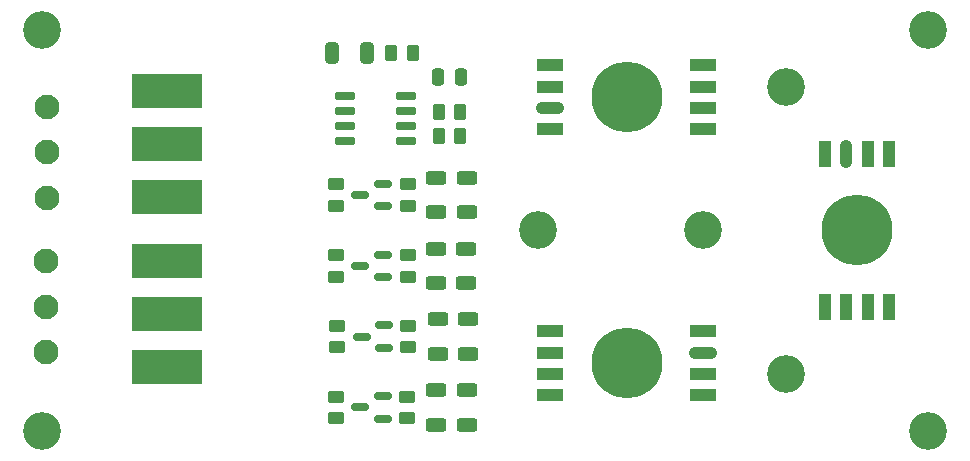
<source format=gbr>
%TF.GenerationSoftware,KiCad,Pcbnew,8.0.3*%
%TF.CreationDate,2024-08-07T13:34:54+02:00*%
%TF.ProjectId,NP_RGBW_HP,4e505f52-4742-4575-9f48-502e6b696361,rev?*%
%TF.SameCoordinates,Original*%
%TF.FileFunction,Soldermask,Top*%
%TF.FilePolarity,Negative*%
%FSLAX46Y46*%
G04 Gerber Fmt 4.6, Leading zero omitted, Abs format (unit mm)*
G04 Created by KiCad (PCBNEW 8.0.3) date 2024-08-07 13:34:54*
%MOMM*%
%LPD*%
G01*
G04 APERTURE LIST*
G04 Aperture macros list*
%AMRoundRect*
0 Rectangle with rounded corners*
0 $1 Rounding radius*
0 $2 $3 $4 $5 $6 $7 $8 $9 X,Y pos of 4 corners*
0 Add a 4 corners polygon primitive as box body*
4,1,4,$2,$3,$4,$5,$6,$7,$8,$9,$2,$3,0*
0 Add four circle primitives for the rounded corners*
1,1,$1+$1,$2,$3*
1,1,$1+$1,$4,$5*
1,1,$1+$1,$6,$7*
1,1,$1+$1,$8,$9*
0 Add four rect primitives between the rounded corners*
20,1,$1+$1,$2,$3,$4,$5,0*
20,1,$1+$1,$4,$5,$6,$7,0*
20,1,$1+$1,$6,$7,$8,$9,0*
20,1,$1+$1,$8,$9,$2,$3,0*%
G04 Aperture macros list end*
%ADD10RoundRect,0.250000X-0.450000X0.262500X-0.450000X-0.262500X0.450000X-0.262500X0.450000X0.262500X0*%
%ADD11RoundRect,0.150000X0.587500X0.150000X-0.587500X0.150000X-0.587500X-0.150000X0.587500X-0.150000X0*%
%ADD12R,2.200000X1.100000*%
%ADD13RoundRect,0.550000X0.650000X0.000010X-0.650000X0.000010X-0.650000X-0.000010X0.650000X-0.000010X0*%
%ADD14C,6.000000*%
%ADD15RoundRect,0.250000X0.450000X-0.262500X0.450000X0.262500X-0.450000X0.262500X-0.450000X-0.262500X0*%
%ADD16C,3.200000*%
%ADD17RoundRect,0.250000X0.625000X-0.312500X0.625000X0.312500X-0.625000X0.312500X-0.625000X-0.312500X0*%
%ADD18C,2.100000*%
%ADD19RoundRect,0.250000X0.325000X0.650000X-0.325000X0.650000X-0.325000X-0.650000X0.325000X-0.650000X0*%
%ADD20RoundRect,0.250000X-0.250000X-0.475000X0.250000X-0.475000X0.250000X0.475000X-0.250000X0.475000X0*%
%ADD21RoundRect,0.250000X0.262500X0.450000X-0.262500X0.450000X-0.262500X-0.450000X0.262500X-0.450000X0*%
%ADD22RoundRect,0.150000X-0.725000X-0.150000X0.725000X-0.150000X0.725000X0.150000X-0.725000X0.150000X0*%
%ADD23R,1.100000X2.200000*%
%ADD24RoundRect,0.550000X-0.000010X0.650000X-0.000010X-0.650000X0.000010X-0.650000X0.000010X0.650000X0*%
%ADD25R,6.000000X3.000000*%
%ADD26RoundRect,0.550000X-0.650000X-0.000010X0.650000X-0.000010X0.650000X0.000010X-0.650000X0.000010X0*%
%ADD27RoundRect,0.250000X-0.262500X-0.450000X0.262500X-0.450000X0.262500X0.450000X-0.262500X0.450000X0*%
G04 APERTURE END LIST*
D10*
%TO.C,R1*%
X99000000Y-64087500D03*
X99000000Y-65912500D03*
%TD*%
D11*
%TO.C,Q2*%
X96837500Y-71950000D03*
X96837500Y-70050000D03*
X94962500Y-71000000D03*
%TD*%
D12*
%TO.C,L3*%
X124000000Y-81958330D03*
X124000000Y-80158330D03*
D13*
X124000000Y-78358330D03*
D12*
X124000000Y-76558330D03*
X111000000Y-76558330D03*
X111000000Y-78358330D03*
X111000000Y-80158330D03*
X111000000Y-81958330D03*
D14*
X117500000Y-79258330D03*
%TD*%
D15*
%TO.C,R12*%
X92900000Y-65912500D03*
X92900000Y-64087500D03*
%TD*%
D10*
%TO.C,R9*%
X98900000Y-82087500D03*
X98900000Y-83912500D03*
%TD*%
D11*
%TO.C,Q1*%
X96837500Y-65950000D03*
X96837500Y-64050000D03*
X94962500Y-65000000D03*
%TD*%
D16*
%TO.C,REF\u002A\u002A1*%
X124000000Y-68000000D03*
%TD*%
D17*
%TO.C,R8*%
X104100000Y-78462500D03*
X104100000Y-75537500D03*
%TD*%
%TO.C,R7*%
X101500000Y-78462500D03*
X101500000Y-75537500D03*
%TD*%
%TO.C,R11*%
X104000000Y-84462500D03*
X104000000Y-81537500D03*
%TD*%
D11*
%TO.C,Q4*%
X96837500Y-83950000D03*
X96837500Y-82050000D03*
X94962500Y-83000000D03*
%TD*%
D17*
%TO.C,R5*%
X101370000Y-72485000D03*
X101370000Y-69560000D03*
%TD*%
D15*
%TO.C,R15*%
X92900000Y-83912500D03*
X92900000Y-82087500D03*
%TD*%
D16*
%TO.C,REF\u002A\u002A*%
X143000000Y-85000000D03*
%TD*%
D18*
%TO.C,REF\u002A\u002A*%
X68430000Y-65232000D03*
%TD*%
D19*
%TO.C,C1*%
X95475000Y-53000000D03*
X92525000Y-53000000D03*
%TD*%
D16*
%TO.C,REF\u002A\u002A*%
X143000000Y-51000000D03*
%TD*%
D15*
%TO.C,R14*%
X93000000Y-77912500D03*
X93000000Y-76087500D03*
%TD*%
D18*
%TO.C,REF\u002A\u002A*%
X68430000Y-61376000D03*
%TD*%
D16*
%TO.C,REF\u002A\u002A1*%
X131000000Y-80124356D03*
%TD*%
D17*
%TO.C,R2*%
X104000000Y-66462500D03*
X104000000Y-63537500D03*
%TD*%
D16*
%TO.C,REF\u002A\u002A*%
X68000000Y-51000000D03*
%TD*%
D20*
%TO.C,C2*%
X101550000Y-55000000D03*
X103450000Y-55000000D03*
%TD*%
D21*
%TO.C,R18*%
X103412500Y-60000000D03*
X101587500Y-60000000D03*
%TD*%
D17*
%TO.C,R10*%
X101400000Y-84462500D03*
X101400000Y-81537500D03*
%TD*%
D22*
%TO.C,U1*%
X93662981Y-56595000D03*
X93662981Y-57865000D03*
X93662981Y-59135000D03*
X93662981Y-60405000D03*
X98812981Y-60405000D03*
X98812981Y-59135000D03*
X98812981Y-57865000D03*
X98812981Y-56595000D03*
%TD*%
D18*
%TO.C,REF\u002A\u002A*%
X68370000Y-70600000D03*
%TD*%
D17*
%TO.C,R3*%
X101400000Y-66462500D03*
X101400000Y-63537500D03*
%TD*%
D23*
%TO.C,L2*%
X139700000Y-61500000D03*
X137900000Y-61500000D03*
D24*
X136100000Y-61500000D03*
D23*
X134300000Y-61500000D03*
X134300000Y-74500000D03*
X136100000Y-74500000D03*
X137900000Y-74500000D03*
X139700000Y-74500000D03*
D14*
X137000000Y-68000000D03*
%TD*%
D10*
%TO.C,R4*%
X99000000Y-70087500D03*
X99000000Y-71912500D03*
%TD*%
D25*
%TO.C,J1*%
X78620000Y-56180000D03*
X78620000Y-60680000D03*
X78620000Y-65180000D03*
%TD*%
D12*
%TO.C,L1*%
X111000000Y-54041670D03*
X111000000Y-55841670D03*
D26*
X111000000Y-57641670D03*
D12*
X111000000Y-59441670D03*
X124000000Y-59441670D03*
X124000000Y-57641670D03*
X124000000Y-55841670D03*
X124000000Y-54041670D03*
D14*
X117500000Y-56741670D03*
%TD*%
D16*
%TO.C,REF\u002A\u002A2*%
X131000000Y-55875644D03*
%TD*%
D10*
%TO.C,R6*%
X99000000Y-76087500D03*
X99000000Y-77912500D03*
%TD*%
D11*
%TO.C,Q3*%
X96937500Y-77950000D03*
X96937500Y-76050000D03*
X95062500Y-77000000D03*
%TD*%
D18*
%TO.C,REF\u002A\u002A*%
X68430000Y-57520000D03*
%TD*%
%TO.C,REF\u002A\u002A*%
X68370000Y-74456000D03*
%TD*%
D21*
%TO.C,R16*%
X99412500Y-53000000D03*
X97587500Y-53000000D03*
%TD*%
D16*
%TO.C,REF\u002A\u002A*%
X110000000Y-68000000D03*
%TD*%
%TO.C,REF\u002A\u002A*%
X68000000Y-85000000D03*
%TD*%
D15*
%TO.C,R13*%
X92900000Y-71912500D03*
X92900000Y-70087500D03*
%TD*%
D18*
%TO.C,REF\u002A\u002A*%
X68370000Y-78312000D03*
%TD*%
D17*
%TO.C,R19*%
X103880000Y-72495000D03*
X103880000Y-69570000D03*
%TD*%
D27*
%TO.C,R17*%
X101587500Y-58000000D03*
X103412500Y-58000000D03*
%TD*%
D25*
%TO.C,J2*%
X78570000Y-70570000D03*
X78570000Y-75070000D03*
X78570000Y-79570000D03*
%TD*%
M02*

</source>
